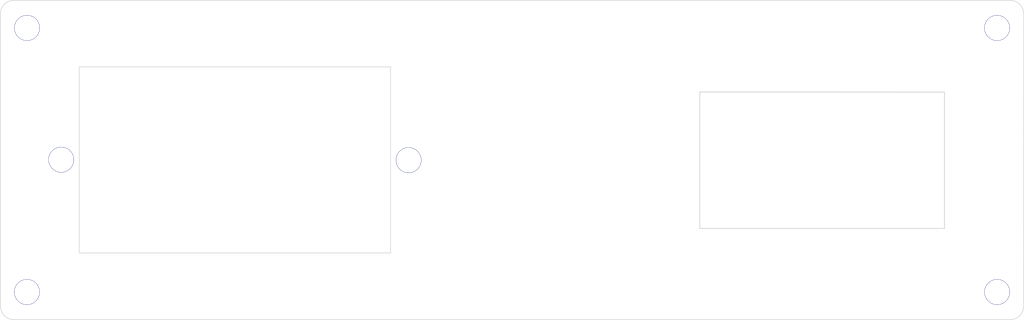
<source format=kicad_pcb>
(kicad_pcb (version 20211014) (generator pcbnew)
  (layers (0 "F.Cu" signal) (31 "B.Cu" signal) (34 "B.Paste" user) (35 "F.Paste" user) (36 "B.SilkS" user "B.Silkscreen") (37 "F.SilkS" user "F.Silkscreen") (38 "B.Mask" user) (39 "F.Mask" user) (44 "Edge.Cuts" user))
  (net 0 "")
  (footprint "clipboard:39385a36-6dcb-40a6-94e9-d8d4c5d5e346" (layer "F.Cu") (at 218.98 85.3)
    (fp_text reference "" (at 0 0) (layer "F.SilkS") (effects (font (size 1.27 1.27))))
    (fp_text value "" (at 0 0) (layer "F.SilkS") (effects (font (size 1.27 1.27))))
    (fp_line (start -39.45 0) (end -39.45 -22) (layer "Edge.Cuts") (width 0.12))
    (fp_line (start -39.45 -22) (end 0 -21.975) (layer "Edge.Cuts") (width 0.12))
    (fp_line (start -39.45 0) (end 0 0) (layer "Edge.Cuts") (width 0.12))
    (fp_line (start 0 0) (end 0 -21.975) (layer "Edge.Cuts") (width 0.12))
  )
  (gr_line (start 129.67 59.26) (end 129.67 89.26) (layer "Edge.Cuts") (width 0.1))
  (gr_line (start 68.97009 100.02) (end 229.54991 100.02) (layer "Edge.Cuts") (width 0.1))
  (gr_arc (start 231.76991 97.8) (mid 231.119687 99.369777) (end 229.54991 100.02) (layer "Edge.Cuts") (width 0.1))
  (gr_line (start 79.47 89.26) (end 79.47 59.26) (layer "Edge.Cuts") (width 0.1))
  (gr_arc (start 229.55991 48.52) (mid 231.129751 49.170249) (end 231.78 50.74009) (layer "Edge.Cuts") (width 0.1))
  (gr_arc (start 68.97009 100.02) (mid 67.400313 99.369777) (end 66.75009 97.8) (layer "Edge.Cuts") (width 0.1))
  (gr_line (start 68.96009 48.52) (end 229.55991 48.52) (layer "Edge.Cuts") (width 0.1))
  (gr_line (start 79.47 59.26) (end 129.67 59.26) (layer "Edge.Cuts") (width 0.1))
  (gr_line (start 231.77991 50.74) (end 231.76991 97.8) (layer "Edge.Cuts") (width 0.1))
  (gr_arc (start 66.74 50.74009) (mid 67.390249 49.170249) (end 68.96009 48.52) (layer "Edge.Cuts") (width 0.1))
  (gr_line (start 66.75009 97.8) (end 66.74009 50.74) (layer "Edge.Cuts") (width 0.1))
  (gr_line (start 129.67 89.26) (end 79.47 89.26) (layer "Edge.Cuts") (width 0.1))
  (segment (start 227.47 95.55009) (end 227.48 95.56009) (width 0.25) (layer "F.Cu") (net 0))
  (via (at 71.04 95.56009) (size 4.1) (drill 4) (layers "F.Cu" "B.Cu") (net 0))
  (via (at 132.58 74.3) (size 4.1) (drill 4) (layers "F.Cu" "B.Cu") (net 0))
  (via (at 227.48 95.56009) (size 4.1) (drill 4) (layers "F.Cu" "B.Cu") (net 0))
  (via (at 227.47 52.98) (size 4.1) (drill 4) (layers "F.Cu" "B.Cu") (net 0))
  (via (at 76.56 74.22) (size 4.1) (drill 4) (layers "F.Cu" "B.Cu") (net 0))
  (via (at 71.05 52.98) (size 4.1) (drill 4) (layers "F.Cu" "B.Cu") (net 0))
  (segment (start 71.05 95.55009) (end 71.04 95.56009) (width 0.25) (layer "B.Cu") (net 0))
)
</source>
